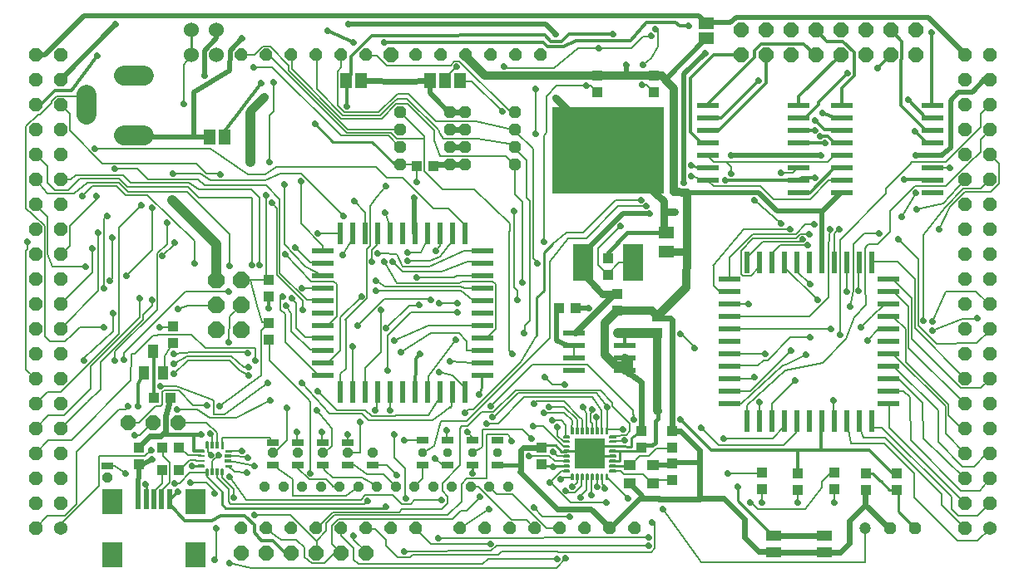
<source format=gbl>
G75*
G70*
%OFA0B0*%
%FSLAX24Y24*%
%IPPOS*%
%LPD*%
%AMOC8*
5,1,8,0,0,1.08239X$1,22.5*
%
%ADD10R,0.0236X0.0866*%
%ADD11R,0.0866X0.0236*%
%ADD12OC8,0.0500*%
%ADD13R,0.0460X0.0630*%
%ADD14C,0.0540*%
%ADD15OC8,0.0540*%
%ADD16C,0.0787*%
%ADD17R,0.0394X0.0433*%
%ADD18R,0.0433X0.0394*%
%ADD19C,0.0059*%
%ADD20R,0.1200X0.1200*%
%ADD21OC8,0.0600*%
%ADD22OC8,0.0660*%
%ADD23R,0.0820X0.1500*%
%ADD24R,0.4500X0.3500*%
%ADD25C,0.0600*%
%ADD26OC8,0.0480*%
%ADD27OC8,0.0354*%
%ADD28R,0.0500X0.0250*%
%ADD29R,0.0591X0.0394*%
%ADD30R,0.0512X0.0413*%
%ADD31C,0.0472*%
%ADD32OC8,0.0472*%
%ADD33R,0.0630X0.0460*%
%ADD34C,0.0118*%
%ADD35R,0.0118X0.0295*%
%ADD36C,0.0055*%
%ADD37R,0.0290X0.0110*%
%ADD38C,0.0033*%
%ADD39R,0.0295X0.0118*%
%ADD40R,0.0787X0.0984*%
%ADD41R,0.0197X0.0787*%
%ADD42OC8,0.0400*%
%ADD43R,0.0450X0.0250*%
%ADD44R,0.0394X0.0551*%
%ADD45R,0.0591X0.0512*%
%ADD46C,0.0200*%
%ADD47C,0.0300*%
%ADD48C,0.0250*%
%ADD49OC8,0.0236*%
%ADD50C,0.0080*%
%ADD51C,0.0120*%
%ADD52C,0.0060*%
%ADD53C,0.0150*%
%ADD54C,0.0100*%
%ADD55C,0.0320*%
%ADD56C,0.0240*%
%ADD57C,0.0400*%
%ADD58C,0.0160*%
D10*
X013043Y007815D03*
X013543Y007815D03*
X014043Y007815D03*
X014543Y007815D03*
X015043Y007815D03*
X015543Y007815D03*
X016043Y007815D03*
X016543Y007815D03*
X017043Y007815D03*
X017543Y007815D03*
X018043Y007815D03*
X018043Y014193D03*
X017543Y014193D03*
X017043Y014193D03*
X016543Y014193D03*
X016043Y014193D03*
X015543Y014193D03*
X015043Y014193D03*
X014543Y014193D03*
X014043Y014193D03*
X013543Y014193D03*
X013043Y014193D03*
X029333Y013043D03*
X029833Y013043D03*
X030333Y013043D03*
X030833Y013043D03*
X031333Y013043D03*
X031833Y013043D03*
X032333Y013043D03*
X032833Y013043D03*
X033333Y013043D03*
X033833Y013043D03*
X034333Y013043D03*
X034333Y006665D03*
X033833Y006665D03*
X033333Y006665D03*
X032833Y006665D03*
X032333Y006665D03*
X031833Y006665D03*
X031333Y006665D03*
X030833Y006665D03*
X030333Y006665D03*
X029833Y006665D03*
X029333Y006665D03*
D11*
X028644Y007354D03*
X028644Y007854D03*
X028644Y008354D03*
X028644Y008854D03*
X028644Y009354D03*
X028644Y009854D03*
X028644Y010354D03*
X028644Y010854D03*
X028644Y011354D03*
X028644Y011854D03*
X028644Y012354D03*
X024446Y010204D03*
X024446Y009704D03*
X024446Y009204D03*
X024446Y008704D03*
X022399Y008704D03*
X022399Y009204D03*
X022399Y009704D03*
X022399Y010204D03*
X018732Y010004D03*
X018732Y010504D03*
X018732Y011004D03*
X018732Y011504D03*
X018732Y012004D03*
X018732Y012504D03*
X018732Y013004D03*
X018732Y013504D03*
X012354Y013504D03*
X012354Y013004D03*
X012354Y012504D03*
X012354Y012004D03*
X012354Y011504D03*
X012354Y011004D03*
X012354Y010504D03*
X012354Y010004D03*
X012354Y009504D03*
X012354Y009004D03*
X012354Y008504D03*
X018732Y008504D03*
X018732Y009004D03*
X018732Y009504D03*
X027772Y015834D03*
X027772Y016334D03*
X027772Y016834D03*
X027772Y017334D03*
X027772Y017834D03*
X027772Y018334D03*
X027772Y018834D03*
X027772Y019334D03*
X031394Y019334D03*
X031394Y018834D03*
X031394Y018334D03*
X031394Y017834D03*
X031394Y017334D03*
X031394Y016834D03*
X031394Y016334D03*
X031394Y015834D03*
X033152Y015844D03*
X033152Y016344D03*
X033152Y016844D03*
X033152Y017344D03*
X033152Y017844D03*
X033152Y018344D03*
X033152Y018844D03*
X033152Y019344D03*
X036774Y019344D03*
X036774Y018844D03*
X036774Y018344D03*
X036774Y017844D03*
X036774Y017344D03*
X036774Y016844D03*
X036774Y016344D03*
X036774Y015844D03*
X035022Y012354D03*
X035022Y011854D03*
X035022Y011354D03*
X035022Y010854D03*
X035022Y010354D03*
X035022Y009854D03*
X035022Y009354D03*
X035022Y008854D03*
X035022Y008354D03*
X035022Y007854D03*
X035022Y007354D03*
D12*
X024833Y002354D03*
X023833Y002354D03*
X022833Y002354D03*
X021833Y002354D03*
X020833Y002354D03*
X019833Y002354D03*
X018833Y002354D03*
X017833Y002354D03*
X016083Y002354D03*
X015083Y002354D03*
X014083Y002354D03*
X013083Y002354D03*
X012083Y002354D03*
X011083Y002354D03*
X010083Y002354D03*
X009083Y002354D03*
X009083Y021354D03*
X010083Y021354D03*
X011083Y021354D03*
X012083Y021354D03*
X013083Y021354D03*
X014083Y021354D03*
X016083Y021354D03*
X017083Y021354D03*
X018083Y021354D03*
X019083Y021354D03*
X020083Y021354D03*
X021083Y021354D03*
D13*
X017833Y020324D03*
X017233Y020324D03*
X016633Y020324D03*
X013883Y020324D03*
X013283Y020324D03*
X008403Y018054D03*
X007803Y018054D03*
D14*
X001833Y002354D03*
X039083Y002354D03*
D15*
X000833Y002354D03*
X000833Y003354D03*
X001833Y003354D03*
X001833Y004354D03*
X000833Y004354D03*
X000833Y005354D03*
X001833Y005354D03*
X001833Y006354D03*
X000833Y006354D03*
X000833Y007354D03*
X001833Y007354D03*
X001833Y008354D03*
X000833Y008354D03*
X000833Y009354D03*
X001833Y009354D03*
X001833Y010354D03*
X000833Y010354D03*
X000833Y011354D03*
X001833Y011354D03*
X001833Y012354D03*
X000833Y012354D03*
X000833Y013354D03*
X001833Y013354D03*
X001833Y014354D03*
X000833Y014354D03*
X000833Y015354D03*
X001833Y015354D03*
X001833Y016354D03*
X000833Y016354D03*
X000833Y017354D03*
X001833Y017354D03*
X001833Y018354D03*
X000833Y018354D03*
X000833Y019354D03*
X001833Y019354D03*
X001833Y020354D03*
X000833Y020354D03*
X000833Y021354D03*
X001833Y021354D03*
X038083Y021354D03*
X039083Y021354D03*
X039083Y020354D03*
X038083Y020354D03*
X038083Y019354D03*
X039083Y019354D03*
X039083Y018354D03*
X038083Y018354D03*
X038083Y017354D03*
X039083Y017354D03*
X039083Y016354D03*
X038083Y016354D03*
X038083Y015354D03*
X039083Y015354D03*
X039083Y014354D03*
X038083Y014354D03*
X038083Y013354D03*
X039083Y013354D03*
X039083Y012354D03*
X038083Y012354D03*
X038083Y011354D03*
X039083Y011354D03*
X039083Y010354D03*
X038083Y010354D03*
X038083Y009354D03*
X039083Y009354D03*
X039083Y008354D03*
X038083Y008354D03*
X038083Y007354D03*
X039083Y007354D03*
X039083Y006354D03*
X038083Y006354D03*
X038083Y005354D03*
X039083Y005354D03*
X039083Y004354D03*
X038083Y004354D03*
X038083Y003354D03*
X039083Y003354D03*
X038083Y002354D03*
D16*
X005166Y018143D02*
X004379Y018143D01*
X002883Y018970D02*
X002883Y019757D01*
X004379Y020545D02*
X005166Y020545D01*
D17*
X016118Y016914D03*
X016787Y016914D03*
X023353Y019859D03*
X023353Y020528D03*
X025593Y020518D03*
X025593Y019849D03*
X024143Y011768D03*
X024143Y011099D03*
X025753Y010858D03*
X025753Y010189D03*
X026333Y006258D03*
X026333Y005589D03*
X026343Y004978D03*
X026343Y004309D03*
X025123Y005589D03*
X025123Y006258D03*
X021113Y005608D03*
X021113Y004939D03*
X010183Y009939D03*
X010183Y010608D03*
X006587Y005614D03*
X005918Y005614D03*
X004983Y005588D03*
X004983Y004919D03*
X005918Y004714D03*
X006587Y004714D03*
X034093Y004578D03*
X034093Y003909D03*
D18*
X035333Y003889D03*
X035333Y004558D03*
X032843Y004598D03*
X032843Y003929D03*
X031363Y003909D03*
X031363Y004578D03*
X029953Y004588D03*
X029953Y003919D03*
X022467Y011184D03*
X021798Y011184D03*
X023763Y012519D03*
X023763Y013188D03*
X010173Y012338D03*
X010173Y011669D03*
X006353Y010468D03*
X006353Y009799D03*
X006247Y007584D03*
X005578Y007584D03*
D19*
X021998Y006073D02*
X022216Y006073D01*
X022216Y006013D01*
X021998Y006013D01*
X021998Y006073D01*
X021998Y006071D02*
X022216Y006071D01*
X022314Y006388D02*
X022374Y006388D01*
X022374Y006170D01*
X022314Y006170D01*
X022314Y006388D01*
X022314Y006228D02*
X022374Y006228D01*
X022374Y006286D02*
X022314Y006286D01*
X022314Y006344D02*
X022374Y006344D01*
X022510Y006388D02*
X022570Y006388D01*
X022570Y006170D01*
X022510Y006170D01*
X022510Y006388D01*
X022510Y006228D02*
X022570Y006228D01*
X022570Y006286D02*
X022510Y006286D01*
X022510Y006344D02*
X022570Y006344D01*
X022707Y006388D02*
X022767Y006388D01*
X022767Y006170D01*
X022707Y006170D01*
X022707Y006388D01*
X022707Y006228D02*
X022767Y006228D01*
X022767Y006286D02*
X022707Y006286D01*
X022707Y006344D02*
X022767Y006344D01*
X022904Y006388D02*
X022964Y006388D01*
X022964Y006170D01*
X022904Y006170D01*
X022904Y006388D01*
X022904Y006228D02*
X022964Y006228D01*
X022964Y006286D02*
X022904Y006286D01*
X022904Y006344D02*
X022964Y006344D01*
X023101Y006388D02*
X023161Y006388D01*
X023161Y006170D01*
X023101Y006170D01*
X023101Y006388D01*
X023101Y006228D02*
X023161Y006228D01*
X023161Y006286D02*
X023101Y006286D01*
X023101Y006344D02*
X023161Y006344D01*
X023298Y006388D02*
X023358Y006388D01*
X023358Y006170D01*
X023298Y006170D01*
X023298Y006388D01*
X023298Y006228D02*
X023358Y006228D01*
X023358Y006286D02*
X023298Y006286D01*
X023298Y006344D02*
X023358Y006344D01*
X023495Y006388D02*
X023555Y006388D01*
X023555Y006170D01*
X023495Y006170D01*
X023495Y006388D01*
X023495Y006228D02*
X023555Y006228D01*
X023555Y006286D02*
X023495Y006286D01*
X023495Y006344D02*
X023555Y006344D01*
X023692Y006388D02*
X023752Y006388D01*
X023752Y006170D01*
X023692Y006170D01*
X023692Y006388D01*
X023692Y006228D02*
X023752Y006228D01*
X023752Y006286D02*
X023692Y006286D01*
X023692Y006344D02*
X023752Y006344D01*
X023849Y006073D02*
X024067Y006073D01*
X024067Y006013D01*
X023849Y006013D01*
X023849Y006073D01*
X023849Y006071D02*
X024067Y006071D01*
X024067Y005876D02*
X023849Y005876D01*
X024067Y005876D02*
X024067Y005816D01*
X023849Y005816D01*
X023849Y005876D01*
X023849Y005874D02*
X024067Y005874D01*
X024067Y005679D02*
X023849Y005679D01*
X024067Y005679D02*
X024067Y005619D01*
X023849Y005619D01*
X023849Y005679D01*
X023849Y005677D02*
X024067Y005677D01*
X024067Y005482D02*
X023849Y005482D01*
X024067Y005482D02*
X024067Y005422D01*
X023849Y005422D01*
X023849Y005482D01*
X023849Y005480D02*
X024067Y005480D01*
X024067Y005285D02*
X023849Y005285D01*
X024067Y005285D02*
X024067Y005225D01*
X023849Y005225D01*
X023849Y005285D01*
X023849Y005283D02*
X024067Y005283D01*
X024067Y005088D02*
X023849Y005088D01*
X024067Y005088D02*
X024067Y005028D01*
X023849Y005028D01*
X023849Y005088D01*
X023849Y005086D02*
X024067Y005086D01*
X024067Y004892D02*
X023849Y004892D01*
X024067Y004892D02*
X024067Y004832D01*
X023849Y004832D01*
X023849Y004892D01*
X023849Y004890D02*
X024067Y004890D01*
X024067Y004695D02*
X023849Y004695D01*
X024067Y004695D02*
X024067Y004635D01*
X023849Y004635D01*
X023849Y004695D01*
X023849Y004693D02*
X024067Y004693D01*
X023752Y004538D02*
X023692Y004538D01*
X023752Y004538D02*
X023752Y004320D01*
X023692Y004320D01*
X023692Y004538D01*
X023692Y004378D02*
X023752Y004378D01*
X023752Y004436D02*
X023692Y004436D01*
X023692Y004494D02*
X023752Y004494D01*
X023555Y004538D02*
X023495Y004538D01*
X023555Y004538D02*
X023555Y004320D01*
X023495Y004320D01*
X023495Y004538D01*
X023495Y004378D02*
X023555Y004378D01*
X023555Y004436D02*
X023495Y004436D01*
X023495Y004494D02*
X023555Y004494D01*
X023358Y004538D02*
X023298Y004538D01*
X023358Y004538D02*
X023358Y004320D01*
X023298Y004320D01*
X023298Y004538D01*
X023298Y004378D02*
X023358Y004378D01*
X023358Y004436D02*
X023298Y004436D01*
X023298Y004494D02*
X023358Y004494D01*
X023161Y004538D02*
X023101Y004538D01*
X023161Y004538D02*
X023161Y004320D01*
X023101Y004320D01*
X023101Y004538D01*
X023101Y004378D02*
X023161Y004378D01*
X023161Y004436D02*
X023101Y004436D01*
X023101Y004494D02*
X023161Y004494D01*
X022964Y004538D02*
X022904Y004538D01*
X022964Y004538D02*
X022964Y004320D01*
X022904Y004320D01*
X022904Y004538D01*
X022904Y004378D02*
X022964Y004378D01*
X022964Y004436D02*
X022904Y004436D01*
X022904Y004494D02*
X022964Y004494D01*
X022767Y004538D02*
X022707Y004538D01*
X022767Y004538D02*
X022767Y004320D01*
X022707Y004320D01*
X022707Y004538D01*
X022707Y004378D02*
X022767Y004378D01*
X022767Y004436D02*
X022707Y004436D01*
X022707Y004494D02*
X022767Y004494D01*
X022570Y004538D02*
X022510Y004538D01*
X022570Y004538D02*
X022570Y004320D01*
X022510Y004320D01*
X022510Y004538D01*
X022510Y004378D02*
X022570Y004378D01*
X022570Y004436D02*
X022510Y004436D01*
X022510Y004494D02*
X022570Y004494D01*
X022374Y004538D02*
X022314Y004538D01*
X022374Y004538D02*
X022374Y004320D01*
X022314Y004320D01*
X022314Y004538D01*
X022314Y004378D02*
X022374Y004378D01*
X022374Y004436D02*
X022314Y004436D01*
X022314Y004494D02*
X022374Y004494D01*
X022216Y004695D02*
X021998Y004695D01*
X022216Y004695D02*
X022216Y004635D01*
X021998Y004635D01*
X021998Y004695D01*
X021998Y004693D02*
X022216Y004693D01*
X022216Y004892D02*
X021998Y004892D01*
X022216Y004892D02*
X022216Y004832D01*
X021998Y004832D01*
X021998Y004892D01*
X021998Y004890D02*
X022216Y004890D01*
X022216Y005088D02*
X021998Y005088D01*
X022216Y005088D02*
X022216Y005028D01*
X021998Y005028D01*
X021998Y005088D01*
X021998Y005086D02*
X022216Y005086D01*
X022216Y005285D02*
X021998Y005285D01*
X022216Y005285D02*
X022216Y005225D01*
X021998Y005225D01*
X021998Y005285D01*
X021998Y005283D02*
X022216Y005283D01*
X022216Y005482D02*
X021998Y005482D01*
X022216Y005482D02*
X022216Y005422D01*
X021998Y005422D01*
X021998Y005482D01*
X021998Y005480D02*
X022216Y005480D01*
X022216Y005679D02*
X021998Y005679D01*
X022216Y005679D02*
X022216Y005619D01*
X021998Y005619D01*
X021998Y005679D01*
X021998Y005677D02*
X022216Y005677D01*
X022216Y005876D02*
X021998Y005876D01*
X022216Y005876D02*
X022216Y005816D01*
X021998Y005816D01*
X021998Y005876D01*
X021998Y005874D02*
X022216Y005874D01*
D20*
X023033Y005354D03*
D21*
X014083Y001354D03*
X013083Y001354D03*
X012083Y001354D03*
X011083Y001354D03*
X010083Y001354D03*
X009083Y001354D03*
X006543Y006604D03*
X005543Y006604D03*
X004543Y006604D03*
X015083Y021354D03*
X029093Y021364D03*
X030093Y021364D03*
X031093Y021364D03*
X032093Y021364D03*
X033093Y021364D03*
X034093Y021364D03*
X035093Y021364D03*
X036093Y021364D03*
X036093Y022364D03*
X035093Y022364D03*
X034093Y022364D03*
X033093Y022364D03*
X032093Y022364D03*
X031093Y022364D03*
X030093Y022364D03*
X029093Y022364D03*
D22*
X009086Y012338D03*
X008086Y012338D03*
X008086Y011338D03*
X009086Y011338D03*
X009086Y010338D03*
X008086Y010338D03*
D23*
X022763Y013034D03*
X024763Y013034D03*
D24*
X023763Y017534D03*
D25*
X008083Y021354D03*
X007083Y021354D03*
X007083Y022354D03*
X008083Y022354D03*
D26*
X015433Y019054D03*
X015433Y018354D03*
X015433Y017654D03*
X015433Y016954D03*
X017433Y016954D03*
X018033Y016954D03*
X018033Y017654D03*
X017433Y017654D03*
X017433Y018354D03*
X018033Y018354D03*
X018033Y019054D03*
X017433Y019054D03*
X020033Y019054D03*
X020033Y018354D03*
X020033Y017654D03*
X020033Y016954D03*
D27*
X009453Y017064D03*
X006323Y015534D03*
X016333Y005384D03*
X017333Y005384D03*
X018333Y005384D03*
X019333Y005384D03*
X025183Y010194D03*
D28*
X019333Y005884D03*
X018333Y005884D03*
X017333Y005884D03*
X016333Y005884D03*
X016333Y004884D03*
X017333Y004884D03*
X018333Y004884D03*
X019333Y004884D03*
D29*
X030399Y002058D03*
X030399Y001389D03*
X032446Y001389D03*
X032446Y002058D03*
D30*
X025563Y004165D03*
X025563Y004894D03*
X024657Y004894D03*
X024657Y004165D03*
D31*
X034083Y002354D03*
D32*
X035083Y002354D03*
X036083Y002354D03*
D33*
X027723Y022034D03*
X027723Y022634D03*
D34*
X008308Y004710D02*
X008308Y004534D01*
D35*
X008111Y004622D03*
X007914Y004622D03*
X007914Y005705D03*
X008111Y005705D03*
D36*
X007745Y005823D02*
X007745Y005587D01*
X007689Y005587D01*
X007689Y005823D01*
X007745Y005823D01*
X007745Y005641D02*
X007689Y005641D01*
X007689Y005695D02*
X007745Y005695D01*
X007745Y005749D02*
X007689Y005749D01*
X007689Y005803D02*
X007745Y005803D01*
X007589Y005487D02*
X007589Y005431D01*
X007353Y005431D01*
X007353Y005487D01*
X007589Y005487D01*
X007589Y005485D02*
X007353Y005485D01*
X007589Y004896D02*
X007589Y004840D01*
X007353Y004840D01*
X007353Y004896D01*
X007589Y004896D01*
X007589Y004894D02*
X007353Y004894D01*
X007745Y004740D02*
X007745Y004504D01*
X007689Y004504D01*
X007689Y004740D01*
X007745Y004740D01*
X007745Y004558D02*
X007689Y004558D01*
X007689Y004612D02*
X007745Y004612D01*
X007745Y004666D02*
X007689Y004666D01*
X007689Y004720D02*
X007745Y004720D01*
D37*
X007471Y005065D03*
X007471Y005262D03*
D38*
X008347Y005576D02*
X008347Y005834D01*
X008347Y005576D02*
X008269Y005576D01*
X008269Y005834D01*
X008347Y005834D01*
X008347Y005608D02*
X008269Y005608D01*
X008269Y005640D02*
X008347Y005640D01*
X008347Y005672D02*
X008269Y005672D01*
X008269Y005704D02*
X008347Y005704D01*
X008347Y005736D02*
X008269Y005736D01*
X008269Y005768D02*
X008347Y005768D01*
X008347Y005800D02*
X008269Y005800D01*
X008269Y005832D02*
X008347Y005832D01*
X008683Y005498D02*
X008683Y005420D01*
X008425Y005420D01*
X008425Y005498D01*
X008683Y005498D01*
X008683Y005452D02*
X008425Y005452D01*
X008425Y005484D02*
X008683Y005484D01*
X008683Y004907D02*
X008683Y004829D01*
X008425Y004829D01*
X008425Y004907D01*
X008683Y004907D01*
X008683Y004861D02*
X008425Y004861D01*
X008425Y004893D02*
X008683Y004893D01*
D39*
X008554Y005065D03*
X008554Y005262D03*
D40*
X007226Y003421D03*
X007226Y001295D03*
X003919Y001295D03*
X003919Y003421D03*
D41*
X004943Y003520D03*
X005258Y003520D03*
X005573Y003520D03*
X005888Y003520D03*
X006203Y003520D03*
D42*
X003713Y004384D03*
X010013Y004034D03*
X010763Y004034D03*
X011513Y004034D03*
X012263Y004034D03*
X013013Y004034D03*
X013763Y004034D03*
X014513Y004034D03*
X015263Y004034D03*
X016013Y004034D03*
X016763Y004034D03*
X017513Y004034D03*
X018263Y004034D03*
X019013Y004034D03*
X019763Y004034D03*
X014333Y005384D03*
X013333Y005384D03*
X012333Y005384D03*
X011333Y005384D03*
X010333Y005384D03*
D43*
X010333Y005814D03*
X011333Y005814D03*
X012333Y005814D03*
X013333Y005814D03*
X013333Y004914D03*
X014333Y004914D03*
X012333Y004914D03*
X011333Y004914D03*
X010333Y004914D03*
X003713Y004854D03*
D44*
X005179Y008611D03*
X005927Y008611D03*
X005553Y009477D03*
D45*
X026093Y013480D03*
X026093Y014228D03*
D46*
X026093Y013480D02*
X026103Y013474D01*
X026793Y013474D02*
X026926Y013466D01*
X025443Y015004D02*
X024363Y015004D01*
X022803Y013444D01*
X022803Y013114D01*
X022763Y013034D01*
X022773Y013024D01*
X022583Y012814D01*
X023973Y011704D02*
X024143Y011768D01*
X024073Y011774D01*
X022993Y011194D02*
X022473Y011194D01*
X021723Y011124D02*
X021723Y009904D01*
X022143Y009704D01*
X022399Y010204D02*
X022473Y010204D01*
X016043Y014193D02*
X016023Y014194D01*
X016013Y015601D01*
X016023Y015604D01*
X016023Y015624D01*
X016013Y015624D02*
X016013Y015601D01*
X017343Y019114D02*
X016893Y019564D01*
X016633Y019824D01*
X016633Y020324D01*
X013383Y022594D02*
X021263Y022594D01*
X021673Y022194D01*
X023343Y020554D02*
X023343Y020534D01*
X023353Y020528D02*
X023343Y020554D01*
X024513Y020534D02*
X024513Y020974D01*
X026073Y020374D02*
X027723Y022024D01*
X027723Y022034D01*
X027663Y021424D02*
X026793Y020584D01*
X026793Y016254D01*
X026813Y016244D01*
X026933Y015824D02*
X027093Y015844D01*
X027753Y015844D01*
X027772Y015834D01*
X027873Y015844D01*
X029793Y015844D01*
X030543Y015094D01*
X032253Y015094D01*
X032343Y015064D01*
X033123Y015844D01*
X033152Y015844D01*
X032343Y015064D02*
X032343Y013054D01*
X032333Y013043D01*
X032313Y017344D02*
X031413Y017344D01*
X031323Y017344D02*
X028693Y017344D01*
X036093Y017344D02*
X036774Y017344D01*
X037163Y017364D02*
X037493Y017644D01*
X037493Y019544D01*
X037803Y019864D01*
X038363Y019864D01*
X038833Y020354D01*
X038103Y021364D02*
X038083Y021354D01*
X038103Y021364D02*
X036603Y022864D01*
X028893Y022864D01*
X028683Y022654D01*
X027723Y022654D01*
X027723Y022634D01*
X027633Y022684D01*
X027393Y022924D01*
X002763Y022924D01*
X001203Y021364D01*
X000843Y021364D01*
X000833Y021354D01*
X001833Y020374D02*
X004053Y022594D01*
X007593Y021544D02*
X007603Y020524D01*
X007173Y019854D02*
X008623Y020744D01*
X008643Y021544D01*
X009123Y022024D01*
X008073Y022024D02*
X007593Y021544D01*
X008073Y022024D02*
X008073Y022354D01*
X008083Y022354D01*
X007173Y019854D02*
X007173Y018054D01*
X007803Y018064D01*
X007803Y018054D01*
X007173Y018054D02*
X004833Y018064D01*
X004773Y018124D01*
X004773Y018143D01*
X005513Y005144D02*
X005073Y004894D01*
X004983Y004919D01*
X004983Y004414D01*
X004943Y004314D01*
X004943Y003574D01*
X004943Y003544D01*
X004943Y003520D01*
X024657Y004165D02*
X024663Y004144D01*
X025143Y003664D01*
X025143Y003554D01*
X025563Y004894D02*
X026313Y004894D01*
X026343Y004978D01*
X026343Y004984D01*
X027433Y004984D01*
X030123Y001444D02*
X030303Y001444D01*
X030399Y001389D01*
X032446Y001389D02*
X032703Y001384D01*
X032703Y001394D01*
X032643Y001444D02*
X032553Y001444D01*
X032446Y001389D01*
X034083Y003304D02*
X034083Y003394D01*
X034083Y003899D02*
X034083Y003934D01*
X034093Y003909D01*
X034093Y003904D01*
D47*
X024073Y011774D02*
X023553Y011774D01*
X026103Y013474D02*
X026793Y013474D01*
X026013Y014224D02*
X026013Y015064D01*
X026453Y015064D01*
X026013Y015064D02*
X026013Y015514D01*
X023793Y017464D01*
X023763Y017524D02*
X021663Y019624D01*
X038833Y020354D02*
X039063Y020354D01*
D48*
X023973Y011704D02*
X022473Y010204D01*
X023553Y011774D02*
X022583Y012814D01*
D49*
X020943Y013014D03*
X020343Y012224D03*
X020153Y011544D03*
X020423Y010204D03*
X019933Y009374D03*
X021233Y008444D03*
X022033Y008124D03*
X021423Y007244D03*
X021193Y007004D03*
X021543Y006684D03*
X021753Y006424D03*
X020773Y006464D03*
X020703Y005974D03*
X019903Y005874D03*
X020623Y005254D03*
X021563Y005434D03*
X021573Y004834D03*
X021873Y004324D03*
X021453Y004204D03*
X022083Y003874D03*
X022353Y004024D03*
X022683Y003604D03*
X023103Y003694D03*
X023343Y004024D03*
X023643Y003964D03*
X023703Y003394D03*
X024573Y003574D03*
X025963Y003124D03*
X025533Y002614D03*
X025413Y001984D03*
X025413Y001654D03*
X022083Y001174D03*
X021753Y001144D03*
X022233Y002824D03*
X020793Y003184D03*
X018993Y003144D03*
X018643Y003644D03*
X018333Y004574D03*
X016833Y005174D03*
X015623Y005914D03*
X015193Y006124D03*
X015043Y007104D03*
X014433Y007104D03*
X013833Y006644D03*
X013353Y006134D03*
X012313Y006224D03*
X011313Y006234D03*
X012123Y007104D03*
X010913Y007204D03*
X010233Y007514D03*
X010133Y008204D03*
X009383Y008484D03*
X009373Y008844D03*
X009643Y009104D03*
X009333Y009384D03*
X008583Y009834D03*
X006373Y009364D03*
X006373Y008974D03*
X006383Y008564D03*
X005853Y008074D03*
X006513Y007144D03*
X007723Y007314D03*
X008203Y007274D03*
X007833Y006154D03*
X007483Y006124D03*
X007863Y005314D03*
X008163Y005314D03*
X009123Y005464D03*
X009353Y005204D03*
X009603Y004854D03*
X009323Y004614D03*
X008613Y004444D03*
X008773Y003604D03*
X008023Y003754D03*
X007053Y004214D03*
X006543Y003844D03*
X006423Y004174D03*
X007123Y004874D03*
X005513Y005144D03*
X005483Y005514D03*
X004813Y006084D03*
X004953Y007254D03*
X004543Y007254D03*
X004373Y009124D03*
X004013Y009114D03*
X002783Y009114D03*
X003563Y010444D03*
X003953Y011004D03*
X005013Y011614D03*
X005493Y011524D03*
X006543Y011164D03*
X005793Y010444D03*
X003563Y011994D03*
X003813Y012304D03*
X004473Y012514D03*
X005913Y013294D03*
X006393Y013834D03*
X006093Y014644D03*
X005493Y015244D03*
X005073Y015334D03*
X003703Y014914D03*
X003343Y014234D03*
X003903Y014044D03*
X003093Y013594D03*
X002843Y012864D03*
X000513Y013864D03*
X002713Y015704D03*
X003273Y015694D03*
X004023Y016804D03*
X003213Y017614D03*
X006333Y016594D03*
X008253Y016574D03*
X010083Y015744D03*
X010293Y015424D03*
X010803Y016164D03*
X011463Y016294D03*
X010203Y017074D03*
X012033Y018604D03*
X013293Y019294D03*
X010383Y020254D03*
X009863Y020234D03*
X009583Y020874D03*
X009123Y022024D03*
X007603Y020524D03*
X006783Y019394D03*
X010023Y019674D03*
X013563Y021874D03*
X013383Y022594D03*
X012543Y022334D03*
X014823Y021874D03*
X017703Y020884D03*
X019603Y020914D03*
X020873Y019984D03*
X021663Y019624D03*
X022893Y020134D03*
X024513Y020974D03*
X025163Y020954D03*
X025143Y020164D03*
X023403Y021624D03*
X023963Y022204D03*
X025523Y022134D03*
X025673Y022414D03*
X026993Y022544D03*
X027663Y021424D03*
X029823Y020344D03*
X032073Y018724D03*
X032073Y018334D03*
X032283Y018094D03*
X032463Y017824D03*
X032313Y017344D03*
X032073Y016444D03*
X030693Y016624D03*
X029643Y015544D03*
X028473Y016324D03*
X028713Y016594D03*
X028693Y017344D03*
X027103Y016934D03*
X027103Y016504D03*
X026813Y016244D03*
X025293Y015304D03*
X025113Y015544D03*
X025443Y015004D03*
X026453Y015064D03*
X024273Y014484D03*
X021223Y013874D03*
X020023Y015094D03*
X016863Y013504D03*
X015733Y013424D03*
X015733Y013084D03*
X015153Y013074D03*
X014803Y013064D03*
X014543Y013384D03*
X014313Y013054D03*
X013143Y013334D03*
X012153Y014194D03*
X011253Y013624D03*
X010833Y013374D03*
X009813Y012934D03*
X009513Y012934D03*
X008613Y012904D03*
X007193Y013014D03*
X008583Y011854D03*
X010173Y011194D03*
X010883Y011314D03*
X011113Y011594D03*
X010733Y011674D03*
X011523Y012004D03*
X011543Y011134D03*
X013743Y010504D03*
X014673Y011134D03*
X014463Y011884D03*
X014473Y012294D03*
X013893Y011674D03*
X014883Y010384D03*
X015223Y009904D03*
X015473Y009444D03*
X016253Y009364D03*
X017003Y008634D03*
X017453Y009064D03*
X017683Y009934D03*
X017753Y011024D03*
X017743Y011394D03*
X017013Y011394D03*
X016663Y011534D03*
X016213Y011324D03*
X016113Y012424D03*
X013173Y014884D03*
X013593Y015484D03*
X014853Y015034D03*
X016023Y015624D03*
X016123Y016254D03*
X014883Y016104D03*
X019533Y019084D03*
X020863Y018184D03*
X021673Y022194D03*
X032373Y019044D03*
X033363Y020644D03*
X034563Y020824D03*
X035793Y019564D03*
X036063Y018304D03*
X036093Y017344D03*
X035633Y016354D03*
X036093Y015844D03*
X036153Y015154D03*
X035533Y014854D03*
X034633Y014184D03*
X035413Y013974D03*
X037033Y014374D03*
X037473Y016834D03*
X033043Y014374D03*
X032683Y014374D03*
X032043Y014554D03*
X031833Y014164D03*
X031563Y013954D03*
X031773Y013744D03*
X031083Y014374D03*
X030693Y014614D03*
X031863Y012154D03*
X032163Y011524D03*
X033333Y011864D03*
X033813Y011884D03*
X033483Y011274D03*
X033913Y010444D03*
X034163Y009914D03*
X033063Y010144D03*
X032713Y010354D03*
X031873Y010034D03*
X031693Y009324D03*
X031123Y009494D03*
X030063Y009364D03*
X029633Y008434D03*
X029853Y007424D03*
X031283Y008314D03*
X032823Y007494D03*
X028403Y005974D03*
X027523Y006394D03*
X026673Y006724D03*
X025773Y007024D03*
X024803Y006724D03*
X024383Y006324D03*
X024443Y005904D03*
X023313Y006824D03*
X023133Y007134D03*
X022763Y007234D03*
X023733Y007234D03*
X020823Y007374D03*
X019143Y006824D03*
X018903Y006574D03*
X018153Y006234D03*
X017313Y006314D03*
X018053Y007004D03*
X019063Y007264D03*
X018603Y007744D03*
X014953Y008684D03*
X013533Y009664D03*
X011523Y008204D03*
X012133Y007864D03*
X011853Y004564D03*
X014143Y003464D03*
X014883Y003234D03*
X015683Y003574D03*
X015323Y004484D03*
X017113Y003484D03*
X016973Y001964D03*
X015613Y001444D03*
X013573Y002074D03*
X009603Y002894D03*
X008083Y002354D03*
X008013Y001104D03*
X008593Y000954D03*
X005253Y004134D03*
X004433Y004564D03*
X019083Y001744D03*
X028573Y004574D03*
X028973Y004034D03*
X029463Y003404D03*
X029953Y003404D03*
X031363Y003404D03*
X032833Y003384D03*
X027253Y009614D03*
X026673Y010174D03*
X029403Y011374D03*
X022993Y011194D03*
X036423Y010684D03*
X036763Y010654D03*
X036783Y010314D03*
X038583Y010814D03*
X036753Y022264D03*
X004053Y022594D03*
X003303Y021334D03*
D50*
X006933Y011314D02*
X006543Y011164D01*
X006933Y011314D02*
X008073Y011314D01*
X008086Y011338D01*
X014523Y007804D02*
X014523Y007594D01*
X014523Y007394D01*
X014523Y007194D01*
X014433Y007104D01*
X015043Y007104D02*
X015033Y007804D01*
X015043Y007815D01*
X014543Y007815D02*
X014523Y007804D01*
X013833Y006644D02*
X013833Y005404D01*
X013353Y005404D01*
X013333Y005384D01*
X013333Y004914D02*
X013353Y004894D01*
X013593Y004894D01*
X014093Y004524D01*
X014773Y004524D01*
X015263Y004034D01*
X015643Y004064D02*
X015643Y003734D01*
X015683Y003574D01*
X016013Y004034D02*
X016333Y004364D01*
X016333Y004884D01*
X016333Y005384D02*
X016353Y005404D01*
X016383Y005404D01*
X016793Y005654D01*
X017073Y006654D01*
X018103Y006654D01*
X021433Y009984D01*
X021453Y013054D01*
X022183Y014014D01*
X022893Y014014D01*
X024183Y015304D01*
X025293Y015304D01*
X025113Y015544D02*
X024063Y015534D01*
X022783Y014234D01*
X022123Y014234D01*
X022113Y014244D01*
X021543Y013774D01*
X021223Y013874D02*
X021213Y018094D01*
X021303Y018274D01*
X021303Y019714D01*
X021723Y020134D01*
X022893Y020134D01*
X023073Y020134D01*
X023343Y019864D01*
X023353Y019859D01*
X025143Y020164D02*
X025293Y020164D01*
X025593Y019864D01*
X025593Y019849D01*
X027772Y017334D02*
X027783Y017314D01*
X028023Y017074D01*
X028503Y017074D01*
X028518Y017059D01*
X028533Y017074D01*
X032583Y017074D01*
X032853Y017344D01*
X033152Y017344D01*
X033152Y016344D02*
X033123Y016324D01*
X032613Y016324D01*
X031863Y015574D01*
X030393Y015574D01*
X029883Y016084D01*
X027993Y016084D01*
X027783Y016294D01*
X027772Y016334D01*
X027753Y016354D01*
X027543Y016354D01*
X027103Y016504D01*
X027772Y016834D02*
X027783Y016834D01*
X027843Y016774D01*
X028518Y017059D02*
X028713Y016864D01*
X028713Y016594D01*
X029643Y015544D02*
X030693Y014614D01*
X030693Y016624D02*
X031173Y016624D01*
X031383Y016834D01*
X031394Y016834D01*
X036774Y016844D02*
X036783Y016834D01*
X037473Y016834D01*
X024783Y007114D02*
X022953Y008944D01*
X020753Y008944D01*
X019063Y007264D01*
X018393Y007164D02*
X018363Y007144D01*
X018183Y007144D01*
X018063Y007024D01*
X018053Y007004D01*
X018393Y007164D02*
X020263Y009044D01*
X020923Y010114D01*
X017683Y009934D02*
X016563Y008464D01*
X016563Y007834D01*
X016543Y007815D01*
X018733Y006344D02*
X019123Y006344D01*
X020333Y006344D01*
X020703Y005974D01*
X018733Y005664D02*
X018723Y005584D01*
X018333Y005404D01*
X018333Y005384D01*
X018733Y005664D02*
X018733Y006344D01*
X015643Y004754D02*
X015643Y004414D01*
X015643Y004064D01*
X015323Y004484D02*
X014893Y004914D01*
X014333Y004914D01*
X013923Y004384D02*
X014493Y004054D01*
X014513Y004034D01*
X013923Y004384D02*
X012743Y004384D01*
X012423Y004704D01*
X012333Y004894D01*
X012333Y004914D01*
X012333Y005384D02*
X012333Y005404D01*
X012423Y005404D01*
X012693Y005674D01*
X012693Y006364D01*
X012123Y007104D01*
X015193Y006124D02*
X015193Y005204D01*
X015643Y004754D01*
X013763Y004034D02*
X013283Y003674D01*
X011133Y003674D01*
X011133Y004324D01*
X010353Y004894D01*
X010333Y004914D01*
X008293Y003844D02*
X007713Y004424D01*
X007713Y004594D01*
X007717Y004622D01*
X007713Y004594D02*
X007023Y004594D01*
X006603Y004174D01*
X006423Y004174D01*
X004993Y006084D02*
X005523Y006604D01*
X005543Y006604D01*
X004993Y006084D02*
X004813Y006084D01*
X014083Y002354D02*
X014133Y002344D01*
X014433Y002344D01*
X014883Y001894D01*
X014883Y001654D01*
X014913Y001634D01*
X015353Y001194D01*
X015843Y001194D01*
X015953Y001304D01*
X019363Y001304D01*
X019503Y001444D01*
X021753Y001444D01*
X021783Y001414D01*
X025503Y001414D01*
X025653Y001564D01*
X025653Y002074D01*
X025653Y002494D01*
X025533Y002614D01*
X025413Y001984D02*
X016973Y001964D01*
X016683Y001744D02*
X016083Y002344D01*
X016083Y002354D01*
X016683Y001744D02*
X019083Y001744D01*
X019833Y002354D02*
X019833Y002374D01*
X019893Y002704D02*
X020493Y002704D01*
X020823Y002374D01*
X020833Y002354D01*
X021153Y002824D02*
X020793Y003184D01*
X021153Y002824D02*
X022233Y002824D01*
X022683Y003604D02*
X022683Y003664D01*
X022923Y003904D01*
X022923Y004414D01*
X022934Y004429D01*
X023103Y004414D02*
X023131Y004429D01*
X023103Y004414D02*
X023103Y003694D01*
X023343Y004024D02*
X023343Y004414D01*
X023328Y004429D01*
X023525Y004429D02*
X023553Y004414D01*
X023553Y004144D01*
X023643Y004054D01*
X023643Y003964D01*
X023733Y004414D02*
X023722Y004429D01*
X023733Y004414D02*
X024573Y003574D01*
X022713Y004054D02*
X022443Y003784D01*
X022173Y003784D01*
X022083Y003874D01*
X022353Y004024D02*
X022533Y004204D01*
X022533Y004414D01*
X022540Y004429D01*
X022713Y004414D02*
X022713Y004054D01*
X022713Y004414D02*
X022737Y004429D01*
X019893Y002704D02*
X018573Y004024D01*
X018273Y004024D01*
X018263Y004034D01*
X018993Y003144D02*
X017833Y002354D01*
X014103Y002344D02*
X014083Y002354D01*
X024803Y006724D02*
X024783Y007114D01*
X027523Y006394D02*
X028203Y005714D01*
X030823Y005714D01*
X031323Y006214D01*
X031323Y006664D01*
X031333Y006665D01*
X030833Y006665D02*
X030813Y006664D01*
X030813Y006424D01*
X030363Y005974D01*
X028403Y005974D01*
X032823Y006694D02*
X032833Y006665D01*
X032823Y006694D02*
X032823Y007494D01*
D51*
X032333Y006665D02*
X032313Y006664D01*
X032313Y006394D01*
X032313Y005494D01*
X031363Y005494D01*
X031353Y005494D01*
X031363Y005494D01*
X027903Y005494D01*
X026673Y006724D01*
X024446Y009704D02*
X024453Y009724D01*
X024453Y009994D01*
X024452Y010188D01*
X024453Y010188D02*
X024453Y010204D01*
X024446Y010204D01*
X022473Y011194D02*
X022467Y011184D01*
X016253Y009364D02*
X016063Y009174D01*
X016053Y007834D01*
X016043Y007815D01*
X021573Y004862D02*
X021573Y004834D01*
X031363Y004578D02*
X031363Y005494D01*
X032313Y005494D01*
X034243Y005494D01*
X035163Y004564D01*
X035323Y004564D01*
X035333Y004558D01*
X032313Y005494D02*
X031363Y005494D01*
X031394Y015834D02*
X031413Y015844D01*
X031863Y015844D01*
X032853Y016834D01*
X033123Y016834D01*
X033152Y016844D01*
X032073Y016444D02*
X031533Y016444D01*
X031443Y016354D01*
X031394Y016334D01*
X031383Y016324D01*
X028473Y016324D01*
X027772Y017834D02*
X027753Y017854D01*
X027483Y017854D01*
X027063Y018274D01*
X027063Y020434D01*
X027993Y021364D01*
X029093Y021364D01*
X029643Y021274D02*
X029643Y021544D01*
X029913Y021814D01*
X031623Y021814D01*
X032073Y021364D01*
X032093Y021364D01*
X032553Y021904D02*
X032093Y022364D01*
X032553Y021904D02*
X033183Y021904D01*
X033633Y021454D01*
X033633Y020524D01*
X033153Y020044D01*
X033153Y019354D01*
X033152Y019344D01*
X033152Y018844D02*
X032883Y018844D01*
X032373Y019044D01*
X032193Y019354D02*
X032193Y019474D01*
X033363Y020644D01*
X033093Y021364D02*
X031413Y019684D01*
X031413Y019354D01*
X031394Y019334D01*
X031413Y018844D02*
X031394Y018834D01*
X031413Y018844D02*
X031683Y018844D01*
X032193Y019354D01*
X032073Y018724D02*
X032433Y018364D01*
X033123Y018364D01*
X033152Y018344D01*
X033123Y017854D02*
X032823Y017854D01*
X032583Y018094D01*
X032283Y018094D01*
X032073Y018334D02*
X031394Y018334D01*
X031394Y017834D02*
X031413Y017824D01*
X032463Y017824D01*
X033123Y017854D02*
X033152Y017844D01*
X035633Y016354D02*
X036753Y016354D01*
X036774Y016344D01*
X036774Y017844D02*
X036753Y017854D01*
X036513Y017854D01*
X036063Y018304D01*
X036483Y018364D02*
X035523Y019324D01*
X035523Y021154D01*
X035553Y021184D01*
X035553Y021904D01*
X035093Y022364D01*
X035103Y021364D02*
X035093Y021364D01*
X035103Y021364D02*
X034563Y020824D01*
X035793Y019564D02*
X036513Y018844D01*
X036774Y018844D01*
X036753Y018364D02*
X036483Y018364D01*
X036753Y018364D02*
X036774Y018344D01*
X036774Y019344D02*
X036753Y019354D01*
X036753Y022264D01*
X030093Y021364D02*
X030093Y020224D01*
X028203Y018334D01*
X027772Y018334D01*
X027772Y018834D02*
X027783Y018844D01*
X028323Y018844D01*
X029823Y020344D01*
X029643Y021274D02*
X027783Y019414D01*
X027783Y019354D01*
X027772Y019334D01*
X024683Y021934D02*
X025293Y022674D01*
X026483Y022674D01*
X026653Y022534D01*
X026953Y022534D01*
X026993Y022544D01*
X024683Y021934D02*
X022513Y021934D01*
X021983Y021684D01*
X021353Y021684D01*
X021173Y021864D01*
X018553Y021864D01*
X018123Y021874D01*
X014823Y021874D01*
X014313Y022144D02*
X013473Y021304D01*
X013473Y020554D01*
X013293Y020374D01*
X013283Y020324D01*
X013293Y020314D01*
X013293Y019294D01*
X016633Y020324D02*
X016683Y020224D01*
X017343Y019114D02*
X017433Y019054D01*
X017433Y017654D02*
X017463Y017644D01*
X017448Y017629D01*
X013563Y021874D02*
X012543Y022334D01*
X014313Y022144D02*
X021233Y022154D01*
X021483Y021904D01*
X021893Y021904D01*
X022193Y022204D01*
X023963Y022204D01*
X009863Y020234D02*
X008403Y018304D01*
X008403Y018054D01*
X003303Y021334D02*
X002283Y019924D01*
X001623Y019924D01*
X001053Y019354D01*
X000833Y019354D01*
X010173Y011669D02*
X010173Y011194D01*
X005613Y009454D02*
X005553Y009477D01*
X005563Y009414D02*
X005613Y009454D01*
X005563Y009414D02*
X005563Y007584D01*
X005578Y007584D01*
X004953Y007254D02*
X004953Y008174D01*
X005183Y008584D01*
X005223Y008584D01*
X005179Y008611D01*
X007173Y006124D02*
X007483Y006124D01*
X007173Y006124D02*
X007173Y005464D01*
X007471Y005459D01*
X006543Y003844D02*
X006213Y003514D01*
X006203Y003520D01*
X006213Y003454D01*
X006213Y003334D01*
X006813Y002654D01*
X007923Y002654D01*
X008233Y002864D01*
X009203Y002874D01*
X009593Y002504D01*
X009603Y002184D01*
X009883Y001854D01*
X010343Y001854D01*
X010813Y001384D01*
X011073Y001384D01*
X011083Y001354D01*
D52*
X011593Y001194D02*
X011913Y000964D01*
X012423Y000964D01*
X012813Y001354D01*
X013083Y001354D01*
X012713Y001724D01*
X012713Y002474D01*
X012973Y002734D01*
X017533Y002734D01*
X017863Y003064D01*
X018113Y003064D01*
X018613Y003564D01*
X018643Y003644D01*
X019013Y004034D02*
X019323Y003724D01*
X019953Y003724D01*
X021303Y002374D01*
X021813Y002374D01*
X021833Y002354D01*
X022263Y003394D02*
X023703Y003394D01*
X022263Y003394D02*
X021873Y003784D01*
X021873Y003814D01*
X021483Y004204D01*
X021453Y004204D01*
X021903Y004654D01*
X022083Y004654D01*
X022107Y004665D01*
X021963Y004414D02*
X021873Y004324D01*
X021963Y004414D02*
X022323Y004414D01*
X022344Y004429D01*
X022107Y005058D02*
X021633Y005064D01*
X021423Y005274D01*
X020793Y005274D01*
X020633Y005254D01*
X020623Y005254D01*
X020753Y005274D02*
X020793Y005274D01*
X021563Y005434D02*
X021741Y005255D01*
X022107Y005255D01*
X022107Y005649D02*
X022083Y005674D01*
X021963Y005674D01*
X021183Y006454D01*
X020793Y006454D01*
X020773Y006464D01*
X021193Y007004D02*
X022023Y007004D01*
X022333Y006694D01*
X022323Y006304D01*
X022344Y006279D01*
X022533Y006304D02*
X022540Y006279D01*
X022533Y006304D02*
X022533Y006724D01*
X022023Y007244D01*
X021423Y007244D01*
X020913Y007474D02*
X020823Y007384D01*
X020823Y007374D01*
X020913Y007474D02*
X021993Y007474D01*
X022623Y006844D01*
X022743Y006724D01*
X022743Y006304D01*
X022737Y006279D01*
X022923Y006304D02*
X022934Y006279D01*
X022923Y006304D02*
X022923Y006964D01*
X022763Y007234D01*
X023133Y007134D02*
X023133Y007024D01*
X023063Y006954D01*
X023063Y006624D01*
X023133Y006554D01*
X023133Y006279D01*
X023131Y006279D01*
X023313Y006304D02*
X023328Y006279D01*
X023313Y006304D02*
X023313Y006484D01*
X023313Y006824D01*
X023523Y007104D02*
X023133Y007634D01*
X020423Y007634D01*
X019363Y006574D01*
X018903Y006574D01*
X019143Y006814D02*
X019163Y006814D01*
X019463Y007114D01*
X020183Y007784D01*
X023303Y007784D01*
X023733Y007234D01*
X023733Y006324D01*
X024383Y006324D01*
X024293Y006114D02*
X024233Y006054D01*
X023969Y006054D01*
X023958Y006043D01*
X023943Y006064D01*
X023973Y005854D02*
X023958Y005846D01*
X023973Y005854D02*
X024123Y005854D01*
X024393Y005854D01*
X024406Y005856D01*
X024418Y005861D01*
X024428Y005869D01*
X024436Y005879D01*
X024441Y005891D01*
X024443Y005904D01*
X024513Y006114D02*
X024293Y006114D01*
X024513Y006114D02*
X024653Y006254D01*
X024653Y006454D01*
X024633Y006454D01*
X024633Y006574D01*
X023943Y007264D01*
X023943Y007414D01*
X023463Y007894D01*
X023453Y007914D01*
X020063Y007914D01*
X019183Y007034D01*
X018703Y007034D01*
X018133Y006464D01*
X017923Y006464D01*
X017838Y006379D01*
X017833Y005744D01*
X017833Y004894D01*
X017853Y004894D01*
X017133Y004174D01*
X017133Y003854D01*
X017343Y003644D01*
X017343Y003364D01*
X017103Y003124D01*
X015513Y003124D01*
X015393Y003004D01*
X012733Y003004D01*
X012103Y002374D01*
X012093Y002374D01*
X012083Y002354D01*
X012483Y002254D02*
X012483Y002554D01*
X012813Y002884D01*
X017343Y002884D01*
X017893Y003444D01*
X017893Y003944D01*
X017893Y004144D01*
X018103Y004354D01*
X018563Y004354D01*
X018893Y004354D01*
X018893Y006134D01*
X019763Y006134D01*
X019903Y005874D01*
X018333Y005884D02*
X018333Y006004D01*
X018153Y006234D01*
X017313Y006314D02*
X017313Y005894D01*
X017333Y005884D01*
X016333Y005884D02*
X016303Y005914D01*
X015623Y005914D01*
X016833Y005174D02*
X017143Y004884D01*
X017333Y004884D01*
X015513Y003334D02*
X015153Y003694D01*
X015123Y003694D01*
X014043Y003694D01*
X013863Y003514D01*
X013843Y003504D01*
X009283Y003494D01*
X008613Y004444D01*
X008799Y004624D02*
X008554Y004868D01*
X008583Y005044D02*
X008554Y005065D01*
X008583Y005044D02*
X008823Y005044D01*
X009603Y004854D01*
X009323Y004614D02*
X008799Y004624D01*
X008308Y004622D02*
X008308Y004388D01*
X008613Y004084D01*
X008773Y003924D01*
X008773Y003604D01*
X008563Y003444D02*
X008653Y003344D01*
X014023Y003344D01*
X014143Y003464D01*
X013013Y004034D02*
X012753Y004034D01*
X012753Y004054D01*
X012483Y004324D01*
X011793Y004324D01*
X011343Y004774D01*
X011343Y004894D01*
X011333Y004914D01*
X011853Y004564D02*
X011853Y007444D01*
X011733Y007564D01*
X010203Y009094D01*
X010203Y009934D01*
X010183Y009939D01*
X009623Y009614D02*
X009643Y009554D01*
X009643Y009104D01*
X009373Y008844D02*
X009183Y008844D01*
X008673Y009274D01*
X006923Y009264D01*
X006373Y008974D01*
X006383Y008564D02*
X006953Y009114D01*
X007563Y009114D01*
X008613Y009114D01*
X009023Y008684D01*
X009383Y008484D01*
X009873Y008494D02*
X009873Y010294D01*
X010173Y010594D01*
X010183Y010608D01*
X010173Y010624D01*
X009893Y010624D01*
X009703Y011314D01*
X009453Y012334D01*
X010083Y012334D01*
X010173Y012338D01*
X010173Y012334D01*
X010083Y012334D01*
X010083Y015744D01*
X009813Y015634D02*
X009483Y015964D01*
X007363Y015964D01*
X006973Y016224D01*
X004633Y016234D01*
X004343Y016524D01*
X004323Y016534D01*
X002433Y016534D01*
X002253Y016354D01*
X001833Y016354D01*
X001603Y015944D02*
X001303Y016244D01*
X001303Y016884D01*
X000833Y017354D01*
X000833Y016354D02*
X001293Y015804D01*
X002363Y015804D01*
X002903Y016224D01*
X004163Y016224D01*
X004533Y015864D01*
X006903Y015864D01*
X008613Y014174D01*
X008613Y012904D01*
X009513Y012934D02*
X009513Y015634D01*
X007383Y015634D01*
X006953Y016064D01*
X004523Y016064D01*
X004173Y016414D01*
X002613Y016414D01*
X002143Y015944D01*
X001603Y015944D01*
X002713Y015704D02*
X003093Y016084D01*
X004083Y016084D01*
X004453Y015724D01*
X005323Y015724D01*
X007193Y013904D01*
X007193Y013014D01*
X006393Y013774D02*
X005913Y013294D01*
X005703Y013384D02*
X005703Y011134D01*
X004023Y009454D01*
X004023Y009124D01*
X004013Y009114D01*
X004373Y009124D02*
X004383Y009124D01*
X004383Y009394D01*
X006843Y011854D01*
X008583Y011854D01*
X009086Y012338D02*
X009093Y012334D01*
X009453Y012334D01*
X009813Y012934D02*
X009813Y015634D01*
X010293Y015424D02*
X010503Y015214D01*
X010503Y012544D01*
X011553Y011494D01*
X011543Y011134D01*
X011273Y011414D02*
X011273Y010394D01*
X011633Y010024D01*
X012153Y010024D01*
X012333Y010024D01*
X012354Y010004D01*
X012333Y009514D02*
X011853Y009524D01*
X011083Y010274D01*
X011083Y010974D01*
X010883Y011314D01*
X010653Y011134D02*
X010653Y011594D01*
X010733Y011674D01*
X011113Y011594D02*
X011113Y011574D01*
X011273Y011414D01*
X011703Y011524D02*
X010623Y012604D01*
X010623Y015564D01*
X010063Y016124D01*
X010073Y016124D01*
X010063Y016124D01*
X009743Y016124D01*
X007613Y016124D01*
X007333Y016374D01*
X005343Y016364D01*
X004913Y016794D01*
X004023Y016804D01*
X003513Y017014D02*
X007263Y017014D01*
X007683Y016594D01*
X008253Y016594D01*
X008253Y016574D01*
X007833Y016344D02*
X010043Y016344D01*
X010633Y016594D01*
X011463Y016594D01*
X013173Y014884D01*
X013593Y015484D02*
X014043Y015044D01*
X014043Y014374D01*
X014043Y014193D01*
X014523Y014164D02*
X014543Y014193D01*
X014523Y014164D02*
X014523Y013744D01*
X014313Y013534D01*
X014313Y013054D01*
X014543Y013384D02*
X014743Y013394D01*
X015313Y013374D01*
X015553Y012864D01*
X015563Y012864D01*
X016583Y012864D01*
X016593Y012864D01*
X017993Y013504D01*
X018723Y013504D01*
X018732Y013504D01*
X018732Y013004D02*
X018723Y012994D01*
X018463Y013054D01*
X018133Y013054D01*
X017113Y012664D01*
X017103Y012664D01*
X015543Y012664D01*
X015153Y013054D01*
X015153Y013074D01*
X014803Y013064D02*
X015323Y012194D01*
X017813Y012194D01*
X017943Y012274D01*
X019143Y012274D01*
X019263Y012154D01*
X019263Y010354D01*
X018933Y010024D01*
X018753Y010024D01*
X018732Y010004D01*
X018732Y010504D02*
X016563Y010504D01*
X015223Y009904D01*
X014943Y010084D02*
X014953Y008684D01*
X014673Y009424D02*
X014043Y008794D01*
X014043Y008194D01*
X014043Y007815D01*
X013543Y007815D02*
X013533Y007834D01*
X013533Y008164D01*
X013533Y009044D01*
X013533Y009224D01*
X013533Y009664D01*
X013053Y009514D02*
X013053Y010834D01*
X013893Y011674D01*
X014103Y011584D02*
X014103Y013564D01*
X014253Y013714D01*
X014253Y015124D01*
X014253Y015284D01*
X014503Y015674D01*
X014883Y016104D01*
X014893Y016424D02*
X014463Y016864D01*
X010463Y016864D01*
X010033Y016564D01*
X009333Y016564D01*
X007833Y017614D01*
X003213Y017614D01*
X003513Y017014D02*
X002193Y018334D01*
X002193Y018994D01*
X001833Y019354D01*
X001473Y019444D02*
X001473Y019504D01*
X001683Y019714D01*
X002553Y019714D01*
X002883Y019384D01*
X002883Y019364D01*
X001473Y019444D02*
X000993Y018964D01*
X000933Y018964D01*
X000453Y018484D01*
X000453Y015214D01*
X000693Y014974D01*
X000723Y014974D01*
X001203Y014494D01*
X001203Y010064D01*
X001393Y009864D01*
X002023Y009864D01*
X002293Y010134D01*
X002603Y010444D01*
X003453Y010444D01*
X003563Y010444D01*
X003953Y010365D02*
X003938Y010251D01*
X002783Y009204D01*
X002793Y009234D01*
X002773Y009224D01*
X002783Y009114D01*
X003053Y008864D02*
X003053Y007954D01*
X001983Y006884D01*
X001353Y006884D01*
X000833Y006354D01*
X001353Y005884D02*
X002273Y005884D01*
X004653Y008294D01*
X004663Y009364D01*
X004683Y009364D01*
X004803Y009364D01*
X005553Y010114D01*
X005703Y010114D01*
X005723Y010134D01*
X007073Y010134D01*
X007633Y009614D01*
X009623Y009614D01*
X009333Y009384D02*
X009263Y009444D01*
X007153Y009444D01*
X006373Y009364D01*
X006223Y009604D02*
X006003Y009274D01*
X006003Y008614D01*
X005927Y008611D01*
X005853Y008074D02*
X006453Y008074D01*
X006473Y008080D01*
X007963Y007504D01*
X007963Y006944D01*
X008403Y006944D01*
X010133Y008204D01*
X009873Y008494D02*
X008203Y007274D01*
X007723Y007314D02*
X007153Y007314D01*
X006583Y007894D01*
X005973Y007894D01*
X005913Y007834D01*
X005913Y007324D01*
X005853Y007264D01*
X005643Y007264D01*
X004983Y006604D01*
X004543Y006604D01*
X004533Y006604D01*
X004443Y007144D02*
X004173Y007144D01*
X002463Y005434D01*
X002463Y003334D01*
X002443Y003314D01*
X001993Y002864D01*
X001303Y002864D01*
X000843Y002374D01*
X000833Y002354D01*
X001833Y002354D02*
X001833Y002374D01*
X001833Y002524D01*
X003363Y004054D01*
X003363Y005254D01*
X003373Y005254D01*
X004743Y005254D01*
X005223Y005254D01*
X005483Y005514D01*
X005918Y005614D02*
X005943Y005614D01*
X005943Y005254D01*
X006213Y004984D01*
X006213Y004204D01*
X005913Y003904D01*
X005913Y003544D01*
X005888Y003520D01*
X005583Y003544D02*
X005573Y003520D01*
X005583Y003544D02*
X005583Y003844D01*
X005913Y004174D01*
X005913Y004714D01*
X005918Y004714D01*
X006587Y004714D02*
X006603Y004714D01*
X006993Y005104D01*
X007233Y005104D01*
X007263Y005074D01*
X007443Y005074D01*
X007471Y005065D01*
X007471Y005262D02*
X007443Y005284D01*
X006933Y005284D01*
X006603Y005614D01*
X006587Y005614D01*
X007717Y005705D02*
X007743Y005704D01*
X007743Y005434D01*
X007863Y005314D01*
X007923Y005074D02*
X008163Y005314D01*
X007923Y005074D02*
X007923Y004624D01*
X007914Y004622D01*
X008103Y004594D02*
X008103Y004384D01*
X008563Y003924D01*
X008563Y003444D01*
X008023Y003754D02*
X007963Y003914D01*
X007663Y004214D01*
X007633Y004214D01*
X007053Y004214D01*
X008103Y004594D02*
X008111Y004622D01*
X008554Y005262D02*
X008583Y005254D01*
X008913Y005254D01*
X009353Y005204D01*
X009123Y005464D02*
X008583Y005464D01*
X008554Y005459D01*
X008308Y005705D02*
X008313Y005734D01*
X008313Y006004D01*
X009773Y006014D01*
X010223Y006014D01*
X010333Y005814D01*
X010353Y005404D02*
X010333Y005384D01*
X010353Y005404D02*
X010413Y005404D01*
X010893Y005884D01*
X010893Y007204D01*
X010913Y007204D01*
X010233Y007514D02*
X008883Y006814D01*
X008213Y006814D01*
X007823Y006814D01*
X007323Y007144D01*
X006513Y007144D01*
X006543Y006604D02*
X007683Y006604D01*
X008103Y006184D01*
X008103Y005734D01*
X008111Y005705D01*
X007914Y005705D02*
X007893Y005734D01*
X007893Y006094D01*
X007833Y006154D01*
X006473Y008080D02*
X006473Y008084D01*
X004543Y007254D02*
X004533Y007234D01*
X004443Y007144D01*
X003433Y007944D02*
X002903Y007424D01*
X001833Y006354D01*
X001353Y005884D02*
X000843Y005374D01*
X000833Y005354D01*
X003713Y004854D02*
X003993Y004854D01*
X004433Y004564D01*
X008083Y002354D02*
X008083Y001184D01*
X008013Y001104D01*
X008593Y000954D02*
X009483Y000754D01*
X009486Y000752D01*
X009490Y000752D01*
X009493Y000754D01*
X021723Y000754D01*
X022083Y001174D01*
X021753Y001144D02*
X018963Y001144D01*
X018753Y000934D01*
X013773Y000924D01*
X013583Y001114D01*
X013583Y001574D01*
X013083Y002074D01*
X013083Y002354D01*
X012483Y002254D02*
X012093Y001864D01*
X012093Y001834D01*
X011033Y002894D01*
X009603Y002894D01*
X010083Y002354D02*
X010083Y002344D01*
X010683Y001914D01*
X011283Y001914D01*
X011593Y001604D01*
X011593Y001194D01*
X012083Y001354D02*
X012093Y001384D01*
X012093Y001834D01*
X013083Y001354D02*
X013083Y001354D01*
X013573Y001914D02*
X014103Y001384D01*
X014083Y001354D01*
X013573Y001914D02*
X013573Y002074D01*
X015613Y001444D02*
X019083Y001454D01*
X019293Y001654D01*
X025413Y001654D01*
X025963Y003124D02*
X027503Y001014D01*
X029793Y001014D01*
X034063Y001004D01*
X034083Y001024D01*
X034083Y002344D01*
X034083Y002354D01*
X032833Y003384D02*
X032833Y003904D01*
X032843Y003929D01*
X032353Y003984D02*
X032353Y004244D01*
X032703Y004594D01*
X032833Y004594D01*
X032843Y004598D01*
X032353Y003984D02*
X031673Y003124D01*
X029763Y003124D01*
X029463Y003424D01*
X029463Y003404D01*
X029953Y003404D02*
X029953Y003904D01*
X029953Y003919D01*
X029953Y004564D02*
X029953Y004588D01*
X029953Y004564D02*
X028573Y004574D01*
X026343Y004309D02*
X026313Y004294D01*
X025413Y004294D01*
X025563Y004165D01*
X025533Y004174D01*
X025413Y004294D01*
X025173Y004534D01*
X024393Y004534D01*
X024273Y004654D01*
X023973Y004654D01*
X023958Y004665D01*
X024657Y004894D02*
X024693Y004894D01*
X025053Y005254D01*
X025413Y005254D01*
X025713Y005554D01*
X026313Y005554D01*
X026333Y005589D01*
X023733Y006304D02*
X023722Y006279D01*
X023733Y006304D02*
X023733Y006324D01*
X023523Y006304D02*
X023525Y006279D01*
X023523Y006304D02*
X023523Y007104D01*
X022083Y006504D02*
X022083Y006064D01*
X022107Y006043D01*
X022083Y005854D02*
X022107Y005846D01*
X022083Y005854D02*
X021963Y005854D01*
X021753Y006064D01*
X021753Y006424D01*
X021893Y006684D02*
X022083Y006504D01*
X021893Y006684D02*
X021543Y006684D01*
X021543Y008124D02*
X021233Y008444D01*
X021543Y008124D02*
X022033Y008124D01*
X022399Y009204D02*
X022413Y009214D01*
X022413Y009694D01*
X022399Y009704D01*
X022383Y009724D01*
X022143Y009704D01*
X020433Y010204D02*
X020433Y010514D01*
X020633Y010714D01*
X020643Y015484D01*
X020493Y015634D01*
X020493Y017164D01*
X020473Y017174D01*
X020013Y017644D01*
X020033Y017654D01*
X020013Y017674D01*
X020013Y017764D01*
X018553Y018004D01*
X017183Y018004D01*
X017043Y018204D01*
X016963Y018354D01*
X015723Y019594D01*
X015333Y019594D01*
X015218Y019509D01*
X014643Y018934D01*
X013143Y018934D01*
X012093Y019984D01*
X012093Y021334D01*
X012083Y021354D01*
X013083Y021354D02*
X013083Y020854D01*
X012933Y020704D01*
X012933Y019324D01*
X013203Y019054D01*
X014583Y019054D01*
X015293Y019764D01*
X015338Y019799D01*
X015363Y019804D01*
X015763Y019804D01*
X016263Y019294D01*
X016863Y018704D01*
X018463Y018704D01*
X019953Y018364D01*
X020013Y018364D01*
X020033Y018354D01*
X020043Y018304D01*
X020763Y017584D01*
X020763Y013264D01*
X020763Y013184D01*
X020933Y013024D01*
X020943Y013014D01*
X020343Y012224D02*
X020343Y015474D01*
X020053Y015764D01*
X020053Y016944D01*
X020043Y016954D01*
X020033Y016954D01*
X020013Y016954D01*
X019683Y017284D01*
X018423Y017284D01*
X018423Y017304D01*
X017053Y017304D01*
X016813Y017924D01*
X016803Y017944D01*
X016803Y018334D01*
X015753Y019384D01*
X015273Y019384D01*
X014703Y018814D01*
X013083Y018814D01*
X011103Y020794D01*
X011103Y021334D01*
X011083Y021354D01*
X010983Y020944D02*
X010983Y020734D01*
X013353Y018364D01*
X015423Y018364D01*
X015433Y018354D01*
X015303Y018004D02*
X015063Y018244D01*
X013293Y018244D01*
X010203Y021334D01*
X010083Y021334D01*
X010083Y021354D01*
X009933Y021694D02*
X009603Y021364D01*
X009093Y021364D01*
X009083Y021354D01*
X009583Y020874D02*
X010313Y020874D01*
X013063Y018124D01*
X014973Y018124D01*
X015423Y017674D01*
X015433Y017654D01*
X015303Y018004D02*
X016413Y018004D01*
X016413Y016714D01*
X017153Y015974D01*
X018413Y015974D01*
X019833Y014594D01*
X019833Y014314D01*
X019813Y014294D01*
X019813Y010054D01*
X019813Y009494D01*
X019933Y009374D01*
X020423Y010204D02*
X020433Y010204D01*
X021723Y011124D02*
X021798Y011184D01*
X020153Y011544D02*
X020153Y011894D01*
X020023Y012034D01*
X020023Y015094D01*
X017973Y014614D02*
X018033Y014194D01*
X018043Y014193D01*
X017543Y014193D02*
X017523Y014164D01*
X017523Y013864D01*
X017033Y013274D01*
X016643Y013084D01*
X016323Y013084D01*
X015733Y013084D01*
X015733Y013424D02*
X016283Y013424D01*
X016533Y013954D01*
X016533Y014164D01*
X016543Y014193D01*
X017043Y014193D02*
X017043Y013684D01*
X016863Y013504D01*
X016213Y012424D02*
X016203Y012424D01*
X016113Y012424D01*
X016213Y012424D02*
X017623Y012424D01*
X017693Y012494D01*
X018723Y012494D01*
X018723Y012514D01*
X018732Y012504D01*
X018732Y012004D02*
X018033Y012004D01*
X017843Y012054D01*
X014853Y012054D01*
X014473Y012294D01*
X014463Y011884D02*
X017883Y011884D01*
X018333Y011524D01*
X018723Y011524D01*
X018732Y011504D01*
X017743Y011394D02*
X017013Y011394D01*
X016663Y011534D02*
X016653Y011554D01*
X016323Y011554D01*
X014793Y011554D01*
X013743Y010504D01*
X013263Y010714D02*
X013248Y010729D01*
X014103Y011584D01*
X014673Y011134D02*
X014673Y009424D01*
X015473Y009444D02*
X016663Y010184D01*
X017113Y010184D01*
X017473Y010184D01*
X017833Y010184D01*
X017823Y010184D01*
X018093Y009854D01*
X018093Y009544D01*
X018123Y009514D01*
X018723Y009514D01*
X018732Y009504D01*
X018732Y009004D02*
X018333Y009004D01*
X017453Y009064D01*
X017553Y008494D02*
X017003Y008634D01*
X017553Y008494D02*
X018033Y008014D01*
X018033Y007834D01*
X018043Y007815D01*
X018063Y007834D01*
X017543Y007815D02*
X017523Y007804D01*
X017523Y007594D01*
X017523Y007264D01*
X017463Y007214D01*
X017453Y007224D01*
X017233Y007064D01*
X016753Y006704D01*
X014163Y006694D01*
X013903Y006954D01*
X012593Y006954D01*
X011523Y008204D01*
X012133Y007864D02*
X012903Y007094D01*
X013543Y007094D01*
X014053Y007094D01*
X014303Y006874D01*
X015093Y006854D01*
X015413Y006914D01*
X016583Y006904D01*
X017043Y007624D01*
X017043Y007815D01*
X018723Y008494D02*
X018732Y008504D01*
X019143Y006824D02*
X019143Y006814D01*
X017113Y003484D02*
X016023Y003484D01*
X015873Y003334D01*
X015513Y003334D01*
X013353Y005824D02*
X013333Y005814D01*
X013353Y005824D02*
X013353Y006134D01*
X012323Y005984D02*
X012333Y005824D01*
X012333Y005814D01*
X012323Y005984D02*
X012313Y006224D01*
X011313Y006234D02*
X011313Y005794D01*
X011333Y005814D01*
X013043Y007815D02*
X013053Y007834D01*
X013053Y008554D01*
X013263Y008764D01*
X013263Y008774D01*
X013263Y008794D01*
X013263Y010714D01*
X012903Y010864D02*
X012903Y012154D01*
X012783Y012274D01*
X011883Y012274D01*
X010833Y013374D01*
X010813Y013754D02*
X010802Y013759D01*
X010803Y016164D01*
X011463Y016294D02*
X011463Y014584D01*
X012333Y013714D01*
X012333Y013504D01*
X012354Y013504D01*
X012333Y013024D02*
X011853Y013024D01*
X011253Y013624D01*
X010813Y013754D02*
X011643Y012854D01*
X012333Y012514D01*
X012354Y012504D01*
X012363Y012484D01*
X012753Y012484D01*
X012354Y012004D02*
X011523Y012004D01*
X011703Y011524D02*
X012333Y011524D01*
X012354Y011504D01*
X012903Y010864D02*
X012543Y010504D01*
X012354Y010504D01*
X010833Y010954D02*
X010833Y009844D01*
X012153Y008524D01*
X012333Y008524D01*
X012354Y008504D01*
X012354Y009004D02*
X012543Y009004D01*
X013053Y009514D01*
X012354Y009504D02*
X012333Y009514D01*
X013023Y007834D02*
X013043Y007815D01*
X014943Y010084D02*
X015873Y011024D01*
X017753Y011024D01*
X016213Y011324D02*
X016203Y011314D01*
X015813Y011314D01*
X014883Y010384D01*
X010833Y010954D02*
X010653Y011134D01*
X009086Y011338D02*
X009063Y011314D01*
X008593Y010874D01*
X008583Y009834D01*
X006353Y009799D02*
X006333Y009784D01*
X006223Y009604D01*
X006333Y010444D02*
X005793Y010444D01*
X006333Y010444D02*
X006353Y010468D01*
X005493Y011284D02*
X005133Y010924D01*
X005133Y010744D01*
X003433Y009044D01*
X003433Y007944D01*
X003053Y008864D02*
X005013Y010834D01*
X005013Y011614D01*
X005493Y011524D02*
X005493Y011284D01*
X003953Y011004D02*
X003953Y010365D01*
X004173Y010174D02*
X001833Y007834D01*
X001323Y007834D01*
X000843Y007354D01*
X000833Y007354D01*
X000833Y008354D02*
X000453Y008734D01*
X000453Y013504D01*
X000513Y013564D01*
X000513Y013864D01*
X001323Y013354D02*
X001323Y014854D01*
X000843Y015334D01*
X000833Y015354D01*
X002193Y014494D02*
X002193Y013714D01*
X001833Y013354D01*
X001323Y013354D02*
X001523Y012864D01*
X001943Y012864D01*
X002223Y012864D01*
X002843Y012864D01*
X003093Y012634D02*
X001833Y011374D01*
X001833Y011354D01*
X001833Y010354D02*
X003343Y011894D01*
X003343Y014234D01*
X003563Y014484D02*
X003563Y011994D01*
X003813Y012304D02*
X003903Y012384D01*
X003903Y013014D01*
X003903Y013204D01*
X003903Y014044D01*
X004173Y014434D02*
X005073Y015334D01*
X005493Y015244D02*
X005493Y014134D01*
X005493Y013704D01*
X005493Y013524D01*
X004773Y012814D01*
X004473Y012514D01*
X004173Y012244D02*
X004173Y014434D01*
X003563Y014484D02*
X003563Y014784D01*
X003703Y014914D01*
X003273Y015574D02*
X002193Y014494D01*
X003093Y013594D02*
X003093Y012634D01*
X004173Y012244D02*
X004173Y010174D01*
X005703Y013384D02*
X006093Y013774D01*
X006093Y014644D01*
X006393Y013834D02*
X006393Y013774D01*
X003273Y015574D02*
X003273Y015694D01*
X006333Y016594D02*
X007443Y016604D01*
X007833Y016344D01*
X010203Y017074D02*
X010203Y018934D01*
X010383Y019114D01*
X010383Y020254D01*
X010983Y020944D02*
X010233Y021694D01*
X009933Y021694D01*
X007083Y021354D02*
X006773Y020974D01*
X006783Y019394D01*
X012033Y018604D02*
X012033Y018574D01*
X012033Y018581D01*
X015433Y019054D02*
X015453Y019054D01*
X016413Y018094D01*
X016413Y018004D01*
X016023Y016954D02*
X015433Y016954D01*
X015553Y016424D02*
X014893Y016424D01*
X015553Y016424D02*
X016713Y015274D01*
X016773Y015214D01*
X017373Y015214D01*
X017973Y014614D01*
X016123Y016254D02*
X016113Y016894D01*
X016118Y016914D01*
X016083Y016894D01*
X016023Y016954D01*
X014853Y015034D02*
X015033Y014464D01*
X015033Y014194D01*
X015043Y014193D01*
X013543Y014193D02*
X013533Y014164D01*
X013533Y013984D01*
X013143Y013334D01*
X012354Y013004D02*
X012333Y013024D01*
X012153Y014194D02*
X013023Y014194D01*
X013043Y014193D01*
X020043Y018334D02*
X020033Y018354D01*
X020863Y018184D02*
X020873Y019984D01*
X020033Y019054D02*
X019863Y019054D01*
X017823Y021094D01*
X017613Y021094D01*
X017463Y020944D01*
X014913Y020944D01*
X014523Y021334D01*
X014103Y021334D01*
X014083Y021354D01*
X017253Y020434D02*
X017703Y020884D01*
X017833Y020324D02*
X017853Y020314D01*
X018303Y020314D01*
X019533Y019084D01*
X017253Y020344D02*
X017233Y020324D01*
X017253Y020344D02*
X017253Y020434D01*
X019603Y020914D02*
X019723Y020834D01*
X021623Y020824D01*
X022563Y021634D01*
X023403Y021634D01*
X023403Y021624D01*
X024673Y021624D01*
X024693Y021634D01*
X025173Y022114D01*
X025503Y022114D01*
X025523Y022134D01*
X025773Y022324D02*
X025773Y021684D01*
X025513Y021244D01*
X025183Y020974D01*
X025193Y020964D01*
X025163Y020954D01*
X025773Y022324D02*
X025673Y022414D01*
X034923Y015994D02*
X035913Y016984D01*
X035913Y017074D01*
X035933Y017074D01*
X037293Y017074D01*
X038193Y017974D01*
X038223Y017974D01*
X038703Y018454D01*
X038703Y018994D01*
X039063Y019354D01*
X039083Y019354D01*
X039083Y018354D02*
X038703Y017974D01*
X038703Y017464D01*
X038223Y016984D01*
X038193Y016984D01*
X037323Y016114D01*
X036063Y016114D01*
X035073Y015094D01*
X035073Y014274D01*
X034563Y013764D01*
X034295Y013764D01*
X034267Y013762D01*
X034240Y013757D01*
X034214Y013748D01*
X034189Y013736D01*
X034166Y013720D01*
X034145Y013702D01*
X034127Y013681D01*
X034111Y013658D01*
X034099Y013633D01*
X034090Y013607D01*
X034085Y013580D01*
X034083Y013552D01*
X034083Y012144D01*
X034093Y011344D01*
X033643Y010844D01*
X033313Y009954D01*
X032373Y009014D01*
X030873Y008694D01*
X029343Y007294D01*
X029343Y006694D01*
X029333Y006665D01*
X029313Y006664D01*
X029833Y006665D02*
X029853Y006694D01*
X029853Y007424D01*
X029103Y007354D02*
X030783Y008894D01*
X030903Y008944D01*
X031693Y009324D01*
X031123Y009494D02*
X031113Y009514D01*
X029463Y007864D01*
X028863Y007864D01*
X028644Y007854D01*
X028653Y007864D01*
X028863Y007864D01*
X028863Y008374D02*
X028653Y008374D01*
X028644Y008354D01*
X029553Y008354D01*
X029633Y008434D01*
X029773Y008884D02*
X030003Y009114D01*
X030163Y009114D01*
X031083Y010034D01*
X031873Y010034D01*
X032713Y010354D02*
X028644Y010354D01*
X028644Y010854D02*
X028653Y010864D01*
X031833Y010864D01*
X032613Y011644D01*
X032613Y013714D01*
X032683Y014374D01*
X032853Y014184D02*
X033043Y014374D01*
X032853Y014184D02*
X032853Y013054D01*
X032833Y013043D01*
X033333Y013043D02*
X033333Y012364D01*
X033333Y011864D01*
X033603Y011904D02*
X033603Y012654D01*
X033603Y013754D01*
X034033Y014184D01*
X034633Y014184D01*
X035403Y013974D02*
X036213Y013164D01*
X036203Y010504D01*
X036933Y009774D01*
X038553Y009784D01*
X039063Y010294D01*
X039063Y010354D01*
X039083Y010354D01*
X038583Y010814D02*
X038473Y010774D01*
X037973Y010774D01*
X036783Y010314D01*
X036763Y010654D02*
X037303Y011854D01*
X038523Y011854D01*
X039063Y011344D01*
X039083Y011354D01*
X036423Y011194D02*
X036423Y010684D01*
X036063Y010384D02*
X038073Y008374D01*
X038083Y008354D01*
X037923Y007984D02*
X038703Y007984D01*
X039063Y008344D01*
X039083Y008354D01*
X037923Y007984D02*
X035943Y009964D01*
X035943Y011614D01*
X035223Y012334D01*
X035043Y012334D01*
X035022Y012354D01*
X035022Y011854D02*
X035223Y011854D01*
X035823Y011254D01*
X035823Y009604D01*
X038073Y007354D01*
X038083Y007354D01*
X037413Y007324D02*
X037413Y006904D01*
X037953Y006364D01*
X038073Y006364D01*
X038083Y006354D01*
X037293Y006154D02*
X038073Y005374D01*
X038083Y005354D01*
X037973Y004844D02*
X036993Y005824D01*
X036993Y007114D01*
X035223Y008854D01*
X035022Y008854D01*
X035043Y009334D02*
X035022Y009354D01*
X035043Y009334D02*
X035223Y009334D01*
X037293Y007264D01*
X037293Y006154D01*
X036393Y005974D02*
X038073Y004354D01*
X038083Y004354D01*
X037973Y004844D02*
X038443Y004844D01*
X038953Y005354D01*
X039083Y005354D01*
X039063Y004354D02*
X039083Y004354D01*
X039063Y004354D02*
X038683Y003864D01*
X037903Y003864D01*
X035893Y005904D01*
X035863Y007474D01*
X035863Y007624D01*
X035593Y007864D01*
X034803Y007834D01*
X035013Y007834D01*
X035022Y007854D01*
X035043Y008344D02*
X035022Y008354D01*
X035043Y008344D02*
X035433Y008344D01*
X036373Y007384D01*
X036393Y005974D01*
X035043Y006384D02*
X037803Y003624D01*
X038073Y003364D01*
X038083Y003354D01*
X037803Y002864D02*
X037533Y003134D01*
X037533Y003624D01*
X034753Y006404D01*
X034493Y006404D01*
X034263Y006404D01*
X034353Y006664D01*
X034333Y006665D01*
X033843Y006664D02*
X033843Y006454D01*
X034003Y005994D01*
X034883Y005994D01*
X037133Y003724D01*
X037133Y003294D01*
X037303Y003124D01*
X038073Y002374D01*
X038083Y002354D01*
X037783Y001864D02*
X037773Y001864D01*
X037773Y001854D01*
X036033Y003594D01*
X036033Y004594D01*
X036013Y004614D01*
X034853Y005764D01*
X033523Y005754D01*
X033333Y006665D01*
X033833Y006665D02*
X033843Y006664D01*
X035022Y007354D02*
X035043Y007354D01*
X035043Y006384D01*
X037413Y007324D02*
X035703Y009034D01*
X035703Y010354D01*
X035223Y010834D01*
X035043Y010834D01*
X035022Y010854D01*
X034833Y011344D02*
X034353Y010864D01*
X033913Y010444D01*
X034163Y009914D02*
X034593Y010354D01*
X035022Y010354D01*
X036063Y010384D02*
X036063Y012374D01*
X035383Y013054D01*
X035373Y013054D01*
X034383Y013054D01*
X034333Y013043D01*
X034353Y013054D01*
X033833Y013043D02*
X033813Y013024D01*
X033813Y011884D01*
X033603Y011904D02*
X033483Y011274D01*
X034833Y011344D02*
X035013Y011344D01*
X035022Y011354D01*
X036423Y011194D02*
X036423Y011184D01*
X036423Y011164D01*
X036423Y011194D01*
X036423Y013484D01*
X036423Y013494D01*
X036423Y014124D01*
X037263Y015244D01*
X038013Y015994D01*
X038703Y015994D01*
X039063Y016354D01*
X039083Y016354D01*
X039453Y016204D02*
X039453Y016984D01*
X039083Y017354D01*
X039453Y016204D02*
X039123Y015874D01*
X038073Y015874D01*
X037473Y015274D01*
X037033Y014374D01*
X037193Y015394D02*
X036153Y015154D01*
X036093Y015814D02*
X035533Y014854D01*
X035413Y013974D02*
X035403Y013974D01*
X036423Y013494D02*
X036423Y013484D01*
X036423Y013494D01*
X037193Y015394D02*
X038073Y016354D01*
X038083Y016354D01*
X036093Y015844D02*
X036093Y015814D01*
X034923Y015784D02*
X034923Y015994D01*
X034923Y015784D02*
X033063Y013924D01*
X033063Y010144D01*
X032163Y011524D02*
X030843Y012844D01*
X030843Y013024D01*
X030833Y013043D01*
X031333Y013043D02*
X031353Y013024D01*
X031353Y012664D01*
X031863Y012154D01*
X030333Y013043D02*
X030333Y013414D01*
X030663Y013744D01*
X031773Y013744D01*
X031563Y013954D02*
X031473Y013864D01*
X029973Y013864D01*
X029343Y013234D01*
X029343Y013054D01*
X029333Y013043D01*
X029823Y013024D02*
X029823Y012844D01*
X029493Y012514D01*
X029163Y012514D01*
X029103Y012574D01*
X029103Y013504D01*
X029583Y013984D01*
X031293Y013984D01*
X031473Y014164D01*
X031833Y014164D01*
X031683Y014554D02*
X031293Y014164D01*
X029583Y014164D01*
X028653Y013234D01*
X028653Y012364D01*
X028644Y012354D01*
X028233Y011854D02*
X027993Y012094D01*
X027993Y012904D01*
X027997Y012937D01*
X029223Y014374D01*
X031083Y014374D01*
X031683Y014554D02*
X032043Y014554D01*
X029833Y013043D02*
X029823Y013024D01*
X027997Y012937D02*
X027983Y012924D01*
X028233Y011854D02*
X028644Y011854D01*
X028653Y011374D02*
X028644Y011354D01*
X028653Y011374D02*
X029403Y011374D01*
X027243Y009634D02*
X026703Y010174D01*
X026673Y010174D01*
X027243Y009634D02*
X027253Y009614D01*
X028443Y008854D02*
X028473Y008884D01*
X029773Y008884D01*
X030063Y009364D02*
X028653Y009364D01*
X028644Y009354D01*
X028644Y008854D02*
X028443Y008854D01*
X028644Y007354D02*
X029103Y007354D01*
X030333Y007354D02*
X030333Y006665D01*
X030333Y007354D02*
X031283Y008314D01*
X034093Y004578D02*
X034093Y004564D01*
X035203Y003904D02*
X035323Y003904D01*
X035333Y003889D01*
X035353Y003874D01*
X037803Y002864D02*
X038583Y002854D01*
X039083Y003354D01*
X039083Y002354D02*
X039063Y002344D01*
X038563Y001864D01*
X037783Y001864D01*
X031363Y003404D02*
X031363Y003904D01*
X031363Y003909D01*
X030399Y002058D02*
X030375Y002034D01*
X023763Y012519D02*
X023763Y012544D01*
X023763Y012574D01*
X024213Y013024D01*
X024753Y013024D01*
X024763Y013034D01*
X023763Y012544D02*
X023363Y012924D01*
X023363Y013554D01*
X023363Y013594D01*
X024273Y014484D01*
D53*
X024543Y014224D02*
X026013Y014224D01*
X026073Y014224D01*
X026093Y014228D01*
X026013Y015064D02*
X026013Y015514D01*
X024543Y014224D02*
X023763Y013444D01*
X023763Y013188D01*
X023793Y017464D02*
X023763Y017534D01*
X023763Y017524D01*
X031323Y017344D02*
X031394Y017334D01*
X031413Y017344D01*
X036774Y017344D02*
X036843Y017374D01*
X037163Y017364D01*
X039063Y020354D02*
X039083Y020354D01*
X001833Y020354D02*
X001833Y020374D01*
D54*
X007083Y021354D02*
X007083Y022354D01*
X012033Y018581D02*
X012750Y017864D01*
X014323Y017864D01*
X015233Y016954D01*
X015433Y016954D01*
X021203Y013434D02*
X021543Y013774D01*
X021203Y013434D02*
X021203Y011904D01*
X020923Y011624D01*
X020923Y010114D01*
X018723Y008494D02*
X018723Y008044D01*
X018603Y007744D01*
X021173Y005694D02*
X021658Y005698D01*
X021913Y005444D01*
X022099Y005444D01*
X022107Y005452D01*
X022934Y005452D01*
X023033Y005354D01*
X023413Y005354D01*
X023413Y005254D01*
X023958Y005254D01*
X023958Y005255D01*
X023958Y005064D02*
X024253Y005064D01*
X024253Y005452D01*
X024371Y005462D01*
X024983Y005464D01*
X025038Y005674D01*
X025123Y005589D01*
X024713Y005644D02*
X024708Y005984D01*
X025123Y006258D01*
X024713Y005644D02*
X024288Y005649D01*
X023958Y005649D01*
X023328Y005649D01*
X023033Y005354D01*
X022107Y004862D02*
X021573Y004862D01*
X021023Y004862D01*
X021113Y004939D01*
X021113Y005608D02*
X021173Y005608D01*
X021173Y005694D01*
X023958Y005452D02*
X024371Y005462D01*
X023958Y005064D02*
X023958Y005058D01*
X023958Y004862D02*
X024625Y004862D01*
X024657Y004894D01*
X028973Y004034D02*
X028973Y004014D01*
X028973Y003474D01*
X030375Y002062D01*
X030375Y002034D01*
X034093Y004578D02*
X034097Y004574D01*
X034363Y004574D01*
X034683Y004254D01*
X034693Y004254D01*
X035043Y003904D01*
X035203Y003904D01*
X035333Y003889D02*
X035393Y003829D01*
X035393Y003034D01*
X036073Y002354D01*
X036083Y002354D01*
X018333Y004574D02*
X018333Y004884D01*
X014883Y003234D02*
X014881Y003221D01*
X014877Y003208D01*
X014870Y003197D01*
X014860Y003187D01*
X014849Y003180D01*
X014836Y003176D01*
X014823Y003174D01*
X014613Y003174D01*
X008453Y003174D01*
X008293Y003334D01*
X008293Y003844D01*
X007471Y004868D02*
X007118Y004868D01*
X007123Y004874D01*
X005253Y004134D02*
X005258Y004089D01*
X005258Y003520D01*
X027103Y016934D02*
X027413Y016834D01*
X027772Y016834D01*
D55*
X026933Y015824D02*
X026413Y015874D01*
X026413Y019994D01*
X026073Y020374D01*
X025928Y020518D01*
X025593Y020518D01*
X025577Y020534D01*
X024513Y020534D01*
X023343Y020534D01*
X018833Y020534D01*
X018083Y021284D01*
X018083Y021354D01*
X010023Y019674D02*
X009443Y019094D01*
X009443Y019024D01*
X023653Y010609D02*
X023653Y009334D01*
X024073Y008914D01*
X024463Y008914D01*
X024446Y008897D01*
X024446Y008704D01*
X024606Y008591D02*
X024606Y009044D01*
X024446Y009204D01*
X025753Y010189D02*
X025753Y007094D01*
X025773Y007074D01*
X023653Y010609D02*
X024143Y011099D01*
X025527Y011099D01*
X025753Y010874D01*
X025753Y010858D01*
X025753Y010874D02*
X026923Y012034D01*
X026926Y013466D01*
X026933Y015824D01*
D56*
X026263Y010814D02*
X025797Y010814D01*
X025753Y010858D01*
X026263Y010814D02*
X026333Y010744D01*
X026333Y006258D01*
X026337Y006254D01*
X026663Y006254D01*
X027433Y005484D01*
X027433Y004984D01*
X027433Y004024D01*
X027433Y003624D01*
X027503Y003554D01*
X028413Y003554D01*
X029233Y002734D01*
X029233Y002004D01*
X029793Y001444D01*
X030123Y001444D01*
X030399Y001389D02*
X032446Y001389D01*
X032443Y001394D02*
X032703Y001394D01*
X033083Y001394D01*
X033453Y001764D01*
X033453Y002674D01*
X034083Y003304D01*
X034083Y003314D02*
X034083Y003394D01*
X034083Y003899D01*
X034083Y003314D02*
X035043Y002354D01*
X032446Y002058D02*
X030399Y002058D01*
X027433Y003544D02*
X027433Y003624D01*
X027433Y003544D02*
X025818Y003544D01*
X025818Y003554D02*
X025143Y003554D01*
X025033Y003554D01*
X023833Y002354D01*
X023833Y002394D01*
X023083Y003144D01*
X021743Y003144D01*
X020253Y004634D01*
X020263Y004644D01*
X020263Y004894D01*
X020263Y005504D01*
X020367Y005608D01*
X021113Y005608D01*
X025123Y006258D02*
X025123Y008227D01*
X024606Y008591D01*
X024446Y008704D01*
X024167Y010184D02*
X025173Y010184D01*
X025183Y010194D01*
X018033Y016954D02*
X017433Y016954D01*
X017433Y016964D01*
X016833Y016964D01*
X016833Y016914D01*
X016787Y016914D01*
X017448Y017629D02*
X017453Y017624D01*
X017448Y017629D02*
X017433Y017644D01*
X017433Y017654D02*
X018033Y017654D01*
X018033Y018354D02*
X017433Y018354D01*
X017433Y019054D02*
X018033Y019054D01*
X016633Y020324D02*
X015603Y020304D01*
X013883Y020324D01*
X006247Y007584D02*
X006043Y006869D01*
X006043Y006274D01*
X005993Y006218D01*
X005853Y006064D01*
X005413Y006064D01*
X004983Y005634D01*
X004983Y005588D01*
X005043Y005588D01*
D57*
X008086Y012338D02*
X008086Y013771D01*
X006323Y015534D01*
X009453Y017064D02*
X009443Y019024D01*
X024167Y010184D02*
X024423Y010184D01*
X024423Y010188D01*
X024452Y010188D01*
X024453Y010188D01*
X025753Y010189D01*
D58*
X025773Y007074D02*
X025773Y007024D01*
X025773Y006764D01*
X025663Y006654D01*
X025663Y005804D01*
X025553Y005694D01*
X025227Y005694D01*
X025123Y005589D01*
X020263Y004894D02*
X019343Y004894D01*
X019333Y004884D01*
X007483Y006124D02*
X007173Y006124D01*
X005937Y006124D01*
X005993Y006218D01*
M02*

</source>
